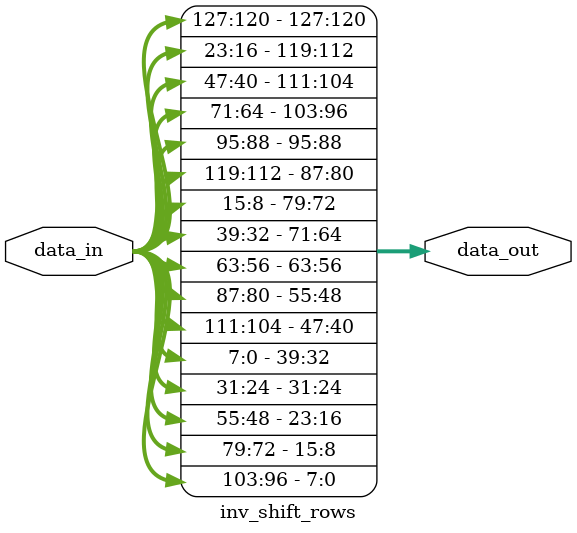
<source format=v>
module inv_shift_rows(data_in,data_out);
    input[127:0] data_in;       // Input to shift the rows;
    output reg[127:0] data_out; // Inverse shifted output

    // Invers shift by 0 unit taking 8 bit as a single block
    assign data_out[127:120] = data_in[127:120];
    assign data_out[119:112] = data_in[23:16];
    assign data_out[111:104] = data_in[47:40];
    assign data_out[103:96] = data_in[71:64];

    // Inverse shift by 1 unit
    assign data_out[95:88] = data_in[95:88];
    assign data_out[87:80] = data_in[119:112];
    assign data_out[79:72] = data_in[15:8];
    assign data_out[71:64] = data_in[39:32];
    
    // Inverse shift by 2 unit
    assign data_out[63:56] = data_in[63:56];
    assign data_out[55:48] = data_in[87:80];
    assign data_out[47:40] = data_in[111:104];
    assign data_out[39:32] = data_in[7:0];

    // Inverse shift by 3 unit
    assign data_out[31:24] = data_in[31:24];
    assign data_out[23:16] = data_in[55:48];
    assign data_out[15:8] = data_in[79:72];
    assign data_out[7:0] = data_in[103:96];

endmodule
</source>
